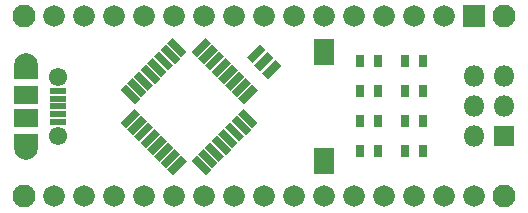
<source format=gbr>
G04 #@! TF.FileFunction,Soldermask,Top*
%FSLAX46Y46*%
G04 Gerber Fmt 4.6, Leading zero omitted, Abs format (unit mm)*
G04 Created by KiCad (PCBNEW 4.0.7) date 05/30/18 02:56:49*
%MOMM*%
%LPD*%
G01*
G04 APERTURE LIST*
%ADD10C,0.100000*%
%ADD11R,2.001600X1.601600*%
%ADD12C,1.551600*%
%ADD13R,1.451600X0.501600*%
%ADD14C,2.001600*%
%ADD15R,2.001600X1.301600*%
%ADD16R,0.701600X1.001600*%
%ADD17R,1.801600X1.801600*%
%ADD18O,1.801600X1.801600*%
%ADD19R,1.701600X2.281600*%
%ADD20C,1.828800*%
%ADD21R,1.828800X1.828800*%
%ADD22C,1.951600*%
G04 APERTURE END LIST*
D10*
D11*
X1428000Y-9890000D03*
D12*
X4128000Y-6390000D03*
D13*
X4128000Y-8240000D03*
X4128000Y-7590000D03*
X4128000Y-10190000D03*
X4128000Y-9540000D03*
X4128000Y-8890000D03*
D12*
X4128000Y-11390000D03*
D11*
X1428000Y-7890000D03*
D14*
X1428000Y-5390000D03*
X1428000Y-12390000D03*
D15*
X1428000Y-11790000D03*
X1428000Y-5990000D03*
D16*
X33540000Y-7620000D03*
X35040000Y-7620000D03*
X33540000Y-5080000D03*
X35040000Y-5080000D03*
X33540000Y-10160000D03*
X35040000Y-10160000D03*
X33540000Y-12700000D03*
X35040000Y-12700000D03*
D17*
X41910000Y-11430000D03*
D18*
X39370000Y-11430000D03*
X41910000Y-8890000D03*
X39370000Y-8890000D03*
X41910000Y-6350000D03*
X39370000Y-6350000D03*
D16*
X31230000Y-7620000D03*
X29730000Y-7620000D03*
X31230000Y-5080000D03*
X29730000Y-5080000D03*
X29730000Y-10160000D03*
X31230000Y-10160000D03*
X29730000Y-12700000D03*
X31230000Y-12700000D03*
D19*
X26670000Y-13480000D03*
X26670000Y-4300000D03*
D10*
G36*
X20596334Y-7032713D02*
X21057085Y-7493464D01*
X19853872Y-8696677D01*
X19393121Y-8235926D01*
X20596334Y-7032713D01*
X20596334Y-7032713D01*
G37*
G36*
X20030648Y-6467028D02*
X20491399Y-6927779D01*
X19288186Y-8130992D01*
X18827435Y-7670241D01*
X20030648Y-6467028D01*
X20030648Y-6467028D01*
G37*
G36*
X19464963Y-5901342D02*
X19925714Y-6362093D01*
X18722501Y-7565306D01*
X18261750Y-7104555D01*
X19464963Y-5901342D01*
X19464963Y-5901342D01*
G37*
G36*
X18899278Y-5335657D02*
X19360029Y-5796408D01*
X18156816Y-6999621D01*
X17696065Y-6538870D01*
X18899278Y-5335657D01*
X18899278Y-5335657D01*
G37*
G36*
X18333592Y-4769971D02*
X18794343Y-5230722D01*
X17591130Y-6433935D01*
X17130379Y-5973184D01*
X18333592Y-4769971D01*
X18333592Y-4769971D01*
G37*
G36*
X17767907Y-4204286D02*
X18228658Y-4665037D01*
X17025445Y-5868250D01*
X16564694Y-5407499D01*
X17767907Y-4204286D01*
X17767907Y-4204286D01*
G37*
G36*
X17202221Y-3638601D02*
X17662972Y-4099352D01*
X16459759Y-5302565D01*
X15999008Y-4841814D01*
X17202221Y-3638601D01*
X17202221Y-3638601D01*
G37*
G36*
X16636536Y-3072915D02*
X17097287Y-3533666D01*
X15894074Y-4736879D01*
X15433323Y-4276128D01*
X16636536Y-3072915D01*
X16636536Y-3072915D01*
G37*
G36*
X13382713Y-3533666D02*
X13843464Y-3072915D01*
X15046677Y-4276128D01*
X14585926Y-4736879D01*
X13382713Y-3533666D01*
X13382713Y-3533666D01*
G37*
G36*
X12817028Y-4099352D02*
X13277779Y-3638601D01*
X14480992Y-4841814D01*
X14020241Y-5302565D01*
X12817028Y-4099352D01*
X12817028Y-4099352D01*
G37*
G36*
X12251342Y-4665037D02*
X12712093Y-4204286D01*
X13915306Y-5407499D01*
X13454555Y-5868250D01*
X12251342Y-4665037D01*
X12251342Y-4665037D01*
G37*
G36*
X11685657Y-5230722D02*
X12146408Y-4769971D01*
X13349621Y-5973184D01*
X12888870Y-6433935D01*
X11685657Y-5230722D01*
X11685657Y-5230722D01*
G37*
G36*
X11119971Y-5796408D02*
X11580722Y-5335657D01*
X12783935Y-6538870D01*
X12323184Y-6999621D01*
X11119971Y-5796408D01*
X11119971Y-5796408D01*
G37*
G36*
X10554286Y-6362093D02*
X11015037Y-5901342D01*
X12218250Y-7104555D01*
X11757499Y-7565306D01*
X10554286Y-6362093D01*
X10554286Y-6362093D01*
G37*
G36*
X9988601Y-6927779D02*
X10449352Y-6467028D01*
X11652565Y-7670241D01*
X11191814Y-8130992D01*
X9988601Y-6927779D01*
X9988601Y-6927779D01*
G37*
G36*
X9422915Y-7493464D02*
X9883666Y-7032713D01*
X11086879Y-8235926D01*
X10626128Y-8696677D01*
X9422915Y-7493464D01*
X9422915Y-7493464D01*
G37*
G36*
X10626128Y-9083323D02*
X11086879Y-9544074D01*
X9883666Y-10747287D01*
X9422915Y-10286536D01*
X10626128Y-9083323D01*
X10626128Y-9083323D01*
G37*
G36*
X11191814Y-9649008D02*
X11652565Y-10109759D01*
X10449352Y-11312972D01*
X9988601Y-10852221D01*
X11191814Y-9649008D01*
X11191814Y-9649008D01*
G37*
G36*
X11757499Y-10214694D02*
X12218250Y-10675445D01*
X11015037Y-11878658D01*
X10554286Y-11417907D01*
X11757499Y-10214694D01*
X11757499Y-10214694D01*
G37*
G36*
X12323184Y-10780379D02*
X12783935Y-11241130D01*
X11580722Y-12444343D01*
X11119971Y-11983592D01*
X12323184Y-10780379D01*
X12323184Y-10780379D01*
G37*
G36*
X12888870Y-11346065D02*
X13349621Y-11806816D01*
X12146408Y-13010029D01*
X11685657Y-12549278D01*
X12888870Y-11346065D01*
X12888870Y-11346065D01*
G37*
G36*
X13454555Y-11911750D02*
X13915306Y-12372501D01*
X12712093Y-13575714D01*
X12251342Y-13114963D01*
X13454555Y-11911750D01*
X13454555Y-11911750D01*
G37*
G36*
X14020241Y-12477435D02*
X14480992Y-12938186D01*
X13277779Y-14141399D01*
X12817028Y-13680648D01*
X14020241Y-12477435D01*
X14020241Y-12477435D01*
G37*
G36*
X14585926Y-13043121D02*
X15046677Y-13503872D01*
X13843464Y-14707085D01*
X13382713Y-14246334D01*
X14585926Y-13043121D01*
X14585926Y-13043121D01*
G37*
G36*
X15433323Y-13503872D02*
X15894074Y-13043121D01*
X17097287Y-14246334D01*
X16636536Y-14707085D01*
X15433323Y-13503872D01*
X15433323Y-13503872D01*
G37*
G36*
X15999008Y-12938186D02*
X16459759Y-12477435D01*
X17662972Y-13680648D01*
X17202221Y-14141399D01*
X15999008Y-12938186D01*
X15999008Y-12938186D01*
G37*
G36*
X16564694Y-12372501D02*
X17025445Y-11911750D01*
X18228658Y-13114963D01*
X17767907Y-13575714D01*
X16564694Y-12372501D01*
X16564694Y-12372501D01*
G37*
G36*
X17130379Y-11806816D02*
X17591130Y-11346065D01*
X18794343Y-12549278D01*
X18333592Y-13010029D01*
X17130379Y-11806816D01*
X17130379Y-11806816D01*
G37*
G36*
X17696065Y-11241130D02*
X18156816Y-10780379D01*
X19360029Y-11983592D01*
X18899278Y-12444343D01*
X17696065Y-11241130D01*
X17696065Y-11241130D01*
G37*
G36*
X18261750Y-10675445D02*
X18722501Y-10214694D01*
X19925714Y-11417907D01*
X19464963Y-11878658D01*
X18261750Y-10675445D01*
X18261750Y-10675445D01*
G37*
G36*
X18827435Y-10109759D02*
X19288186Y-9649008D01*
X20491399Y-10852221D01*
X20030648Y-11312972D01*
X18827435Y-10109759D01*
X18827435Y-10109759D01*
G37*
G36*
X19393121Y-9544074D02*
X19853872Y-9083323D01*
X21057085Y-10286536D01*
X20596334Y-10747287D01*
X19393121Y-9544074D01*
X19393121Y-9544074D01*
G37*
G36*
X20103945Y-4726447D02*
X21236447Y-3593945D01*
X21732553Y-4090051D01*
X20600051Y-5222553D01*
X20103945Y-4726447D01*
X20103945Y-4726447D01*
G37*
G36*
X20775696Y-5398198D02*
X21908198Y-4265696D01*
X22404304Y-4761802D01*
X21271802Y-5894304D01*
X20775696Y-5398198D01*
X20775696Y-5398198D01*
G37*
G36*
X21447447Y-6069949D02*
X22579949Y-4937447D01*
X23076055Y-5433553D01*
X21943553Y-6566055D01*
X21447447Y-6069949D01*
X21447447Y-6069949D01*
G37*
D20*
X39370000Y-16510000D03*
X36830000Y-16510000D03*
X34290000Y-16510000D03*
X31750000Y-16510000D03*
X29210000Y-16510000D03*
X26670000Y-16510000D03*
X24130000Y-16510000D03*
X21590000Y-16510000D03*
X19050000Y-16510000D03*
X16510000Y-16510000D03*
X13970000Y-16510000D03*
X11430000Y-16510000D03*
X8890000Y-16510000D03*
X6350000Y-16510000D03*
X3810000Y-16510000D03*
X3810000Y-1270000D03*
X6350000Y-1270000D03*
X8890000Y-1270000D03*
X11430000Y-1270000D03*
X13970000Y-1270000D03*
X16510000Y-1270000D03*
X19050000Y-1270000D03*
X21590000Y-1270000D03*
X24130000Y-1270000D03*
X26670000Y-1270000D03*
X29210000Y-1270000D03*
X31750000Y-1270000D03*
X34290000Y-1270000D03*
X36830000Y-1270000D03*
D21*
X39370000Y-1270000D03*
D22*
X41910000Y-1270000D03*
X41910000Y-16510000D03*
X1270000Y-1270000D03*
X1270000Y-16510000D03*
M02*

</source>
